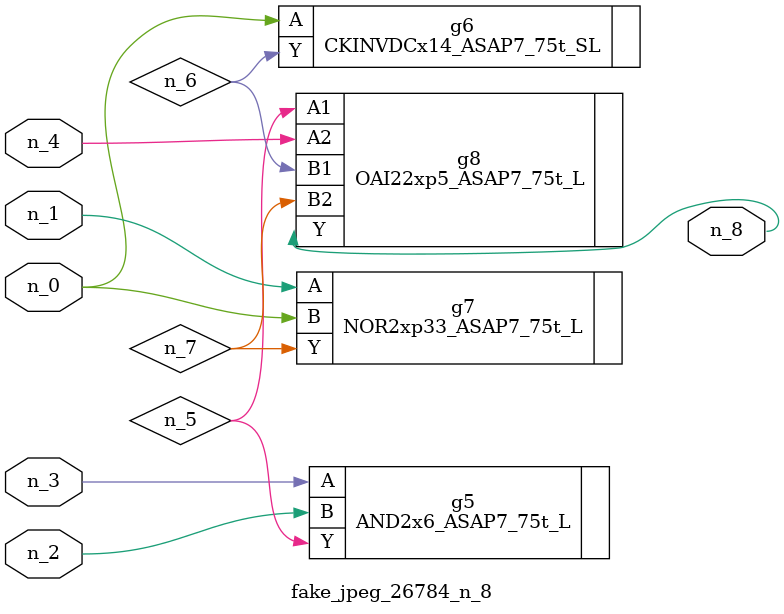
<source format=v>
module fake_jpeg_26784_n_8 (n_3, n_2, n_1, n_0, n_4, n_8);

input n_3;
input n_2;
input n_1;
input n_0;
input n_4;

output n_8;

wire n_6;
wire n_5;
wire n_7;

AND2x6_ASAP7_75t_L g5 ( 
.A(n_3),
.B(n_2),
.Y(n_5)
);

CKINVDCx14_ASAP7_75t_SL g6 ( 
.A(n_0),
.Y(n_6)
);

NOR2xp33_ASAP7_75t_L g7 ( 
.A(n_1),
.B(n_0),
.Y(n_7)
);

OAI22xp5_ASAP7_75t_L g8 ( 
.A1(n_5),
.A2(n_4),
.B1(n_6),
.B2(n_7),
.Y(n_8)
);


endmodule
</source>
